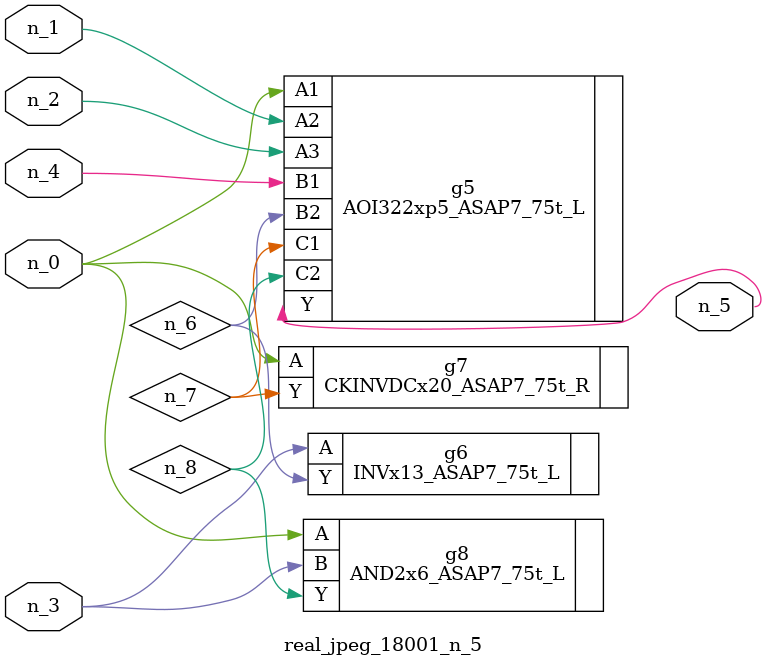
<source format=v>
module real_jpeg_18001_n_5 (n_4, n_0, n_1, n_2, n_3, n_5);

input n_4;
input n_0;
input n_1;
input n_2;
input n_3;

output n_5;

wire n_8;
wire n_6;
wire n_7;

AOI322xp5_ASAP7_75t_L g5 ( 
.A1(n_0),
.A2(n_1),
.A3(n_2),
.B1(n_4),
.B2(n_6),
.C1(n_7),
.C2(n_8),
.Y(n_5)
);

CKINVDCx20_ASAP7_75t_R g7 ( 
.A(n_0),
.Y(n_7)
);

AND2x6_ASAP7_75t_L g8 ( 
.A(n_0),
.B(n_3),
.Y(n_8)
);

INVx13_ASAP7_75t_L g6 ( 
.A(n_3),
.Y(n_6)
);


endmodule
</source>
